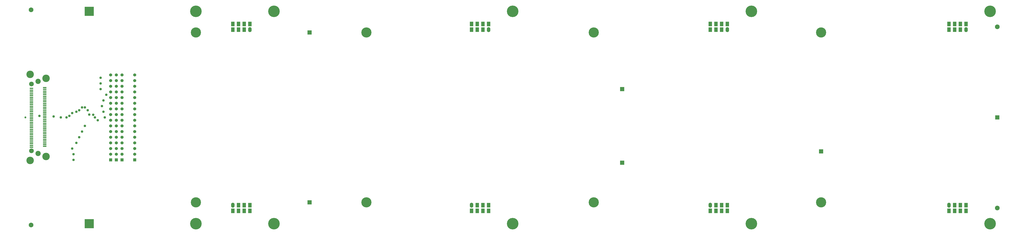
<source format=gts>
*%FSLAX24Y24*%
*%MOIN*%
G01*
%ADD11C,0.0000*%
%ADD12C,0.0040*%
%ADD13C,0.0050*%
%ADD14C,0.0059*%
%ADD15C,0.0060*%
%ADD16C,0.0070*%
%ADD17C,0.0073*%
%ADD18C,0.0080*%
%ADD19C,0.0098*%
%ADD20C,0.0100*%
%ADD21C,0.0120*%
%ADD22C,0.0157*%
%ADD23C,0.0160*%
%ADD24C,0.0160*%
%ADD25C,0.0180*%
%ADD26C,0.0200*%
%ADD27C,0.0240*%
%ADD28C,0.0250*%
%ADD29C,0.0300*%
%ADD30C,0.0300*%
%ADD31C,0.0320*%
%ADD32C,0.0340*%
%ADD33C,0.0360*%
%ADD34C,0.0380*%
%ADD35C,0.0394*%
%ADD36C,0.0400*%
%ADD37C,0.0434*%
%ADD38C,0.0440*%
%ADD39C,0.0472*%
%ADD40C,0.0500*%
%ADD41C,0.0500*%
%ADD42C,0.0520*%
%ADD43C,0.0540*%
%ADD44C,0.0551*%
%ADD45C,0.0560*%
%ADD46O,0.0560X0.0850*%
%ADD47C,0.0580*%
%ADD48O,0.0600X0.0890*%
%ADD49C,0.0672*%
%ADD50C,0.0787*%
%ADD51C,0.0800*%
%ADD52C,0.0827*%
%ADD53C,0.0886*%
%ADD54C,0.0889*%
%ADD55C,0.0926*%
%ADD56C,0.1161*%
%ADD57C,0.1200*%
%ADD58C,0.1250*%
%ADD59C,0.1276*%
%ADD60C,0.1316*%
%ADD61C,0.1450*%
%ADD62C,0.1516*%
%ADD63C,0.1750*%
%ADD64C,0.1790*%
%ADD65C,0.2000*%
%ADD66C,0.2040*%
%ADD67C,0.2250*%
%ADD68C,0.2500*%
%ADD69R,0.0000X0.0000*%
%ADD70R,0.0400X0.0400*%
%ADD71R,0.0500X0.0400*%
%ADD72R,0.0500X0.0500*%
%ADD73R,0.0540X0.0540*%
%ADD74R,0.0560X0.0750*%
%ADD75R,0.0591X0.0177*%
%ADD76R,0.0600X0.0650*%
%ADD77R,0.0600X0.0790*%
%ADD78R,0.0631X0.0217*%
%ADD79R,0.0700X0.0700*%
%ADD80R,0.0740X0.0740*%
%ADD81R,0.1000X0.1000*%
%ADD82R,0.1000X0.1100*%
%ADD83R,0.1200X0.1200*%
%ADD84R,0.1600X0.1600*%
%ADD85R,0.1640X0.1640*%
%ADD86R,0.2000X0.2000*%
%ADD87R,0.2200X0.2200*%
%ADD88R,0.2500X0.2500*%
D11*
X203510Y47650D02*
D03*
Y67650D02*
D03*
X200510Y59650D02*
D03*
X202010Y47650D02*
D03*
X200510D02*
D03*
Y55650D02*
D03*
X202010Y57650D02*
D03*
Y67650D02*
D03*
X200510D02*
D03*
X198510Y57650D02*
D03*
X188510Y47650D02*
D03*
Y57650D02*
D03*
Y67650D02*
D03*
X178510Y47650D02*
D03*
Y67650D02*
D03*
X168510Y47650D02*
D03*
Y67650D02*
D03*
X161510Y47650D02*
D03*
Y67650D02*
D03*
X159510Y47650D02*
D03*
Y67650D02*
D03*
X160510Y47650D02*
D03*
Y67650D02*
D03*
X148510Y57650D02*
D03*
Y47650D02*
D03*
Y67650D02*
D03*
X138510Y57650D02*
D03*
Y47650D02*
D03*
Y67650D02*
D03*
X128510Y57650D02*
D03*
Y47650D02*
D03*
Y67650D02*
D03*
X124260Y57650D02*
D03*
X118510Y47650D02*
D03*
X119510D02*
D03*
Y57650D02*
D03*
X118010Y67650D02*
D03*
X119510D02*
D03*
X117510Y47650D02*
D03*
Y57650D02*
D03*
X116260Y67650D02*
D03*
X108510Y47650D02*
D03*
Y57650D02*
D03*
Y67650D02*
D03*
X98510Y47650D02*
D03*
Y57650D02*
D03*
Y67650D02*
D03*
X88510Y47650D02*
D03*
Y57650D02*
D03*
Y54650D02*
D03*
Y67650D02*
D03*
X82260Y57650D02*
D03*
Y67650D02*
D03*
X77510Y45900D02*
D03*
X78510Y47650D02*
D03*
Y54650D02*
D03*
X77510Y67650D02*
D03*
X75510Y45900D02*
D03*
X76510D02*
D03*
X76010Y67650D02*
D03*
X76260Y71400D02*
D03*
X74760Y54650D02*
D03*
X74510Y67650D02*
D03*
D32*
X38010Y57650D02*
D03*
D37*
X209010Y73650D02*
D03*
Y41650D02*
D03*
X39010Y76650D02*
D03*
Y38650D02*
D03*
D38*
X51750Y58660D02*
D03*
X52000Y57660D02*
D03*
X51500Y59660D02*
D03*
X51750Y60660D02*
D03*
X52250Y61660D02*
D03*
X49950Y58110D02*
D03*
X50250Y57660D02*
D03*
X50750Y57160D02*
D03*
X51250Y62660D02*
D03*
Y63660D02*
D03*
Y64660D02*
D03*
X48500Y56160D02*
D03*
X48000Y55160D02*
D03*
X49000Y58910D02*
D03*
X49250Y58160D02*
D03*
X48500Y59410D02*
D03*
X48000D02*
D03*
X46500Y50160D02*
D03*
Y51160D02*
D03*
X46250Y52160D02*
D03*
X47000Y53160D02*
D03*
X47500Y54160D02*
D03*
X47000Y58660D02*
D03*
X47500Y58910D02*
D03*
X46250Y58410D02*
D03*
X45750Y57910D02*
D03*
X44250Y57660D02*
D03*
X45250D02*
D03*
X43000Y57810D02*
D03*
X40500Y57910D02*
D03*
D43*
X57260Y51150D02*
D03*
Y52150D02*
D03*
Y53150D02*
D03*
Y54150D02*
D03*
Y55150D02*
D03*
Y56150D02*
D03*
Y57150D02*
D03*
Y58150D02*
D03*
Y59150D02*
D03*
Y60150D02*
D03*
Y61150D02*
D03*
Y62150D02*
D03*
Y63150D02*
D03*
Y64150D02*
D03*
Y65150D02*
D03*
X55010D02*
D03*
Y64150D02*
D03*
Y63150D02*
D03*
Y62150D02*
D03*
Y61150D02*
D03*
Y60150D02*
D03*
Y59150D02*
D03*
Y58150D02*
D03*
Y57150D02*
D03*
Y56150D02*
D03*
Y55150D02*
D03*
Y54150D02*
D03*
Y53150D02*
D03*
Y52150D02*
D03*
Y51150D02*
D03*
X54010Y65150D02*
D03*
Y64150D02*
D03*
Y63150D02*
D03*
Y62150D02*
D03*
Y61150D02*
D03*
Y60150D02*
D03*
Y59150D02*
D03*
Y58150D02*
D03*
Y57150D02*
D03*
Y56150D02*
D03*
Y55150D02*
D03*
Y54150D02*
D03*
Y53150D02*
D03*
Y52150D02*
D03*
Y51150D02*
D03*
X53010Y65150D02*
D03*
Y64150D02*
D03*
Y63150D02*
D03*
Y62150D02*
D03*
Y61150D02*
D03*
Y60150D02*
D03*
Y59150D02*
D03*
Y58150D02*
D03*
Y57150D02*
D03*
Y56150D02*
D03*
Y55150D02*
D03*
Y54150D02*
D03*
Y53150D02*
D03*
Y52150D02*
D03*
Y51150D02*
D03*
D48*
X203510Y73150D02*
D03*
X200510Y42150D02*
D03*
X161510Y73150D02*
D03*
X158510Y42150D02*
D03*
X119510Y73150D02*
D03*
X116510Y42150D02*
D03*
X77510Y73150D02*
D03*
X74510Y42150D02*
D03*
D52*
X209010Y73650D02*
D03*
Y41650D02*
D03*
X39010Y76650D02*
D03*
X39069Y51754D02*
D03*
Y63566D02*
D03*
X39010Y38650D02*
D03*
D55*
X40250Y64038D02*
D03*
Y51282D02*
D03*
D60*
X41648Y50754D02*
D03*
X38852Y50073D02*
D03*
X41648Y64566D02*
D03*
X38852Y65247D02*
D03*
D64*
X68010Y42650D02*
D03*
Y72650D02*
D03*
X98010Y42650D02*
D03*
Y72650D02*
D03*
X138010Y42650D02*
D03*
Y72650D02*
D03*
X178010Y42650D02*
D03*
Y72650D02*
D03*
D66*
X207760Y76400D02*
D03*
Y38900D02*
D03*
X165760Y76400D02*
D03*
Y38900D02*
D03*
X123760Y76400D02*
D03*
Y38900D02*
D03*
X81760Y76400D02*
D03*
X68010D02*
D03*
X81760Y38900D02*
D03*
X68010D02*
D03*
D73*
X57260Y50150D02*
D03*
X55010D02*
D03*
X54010D02*
D03*
X53010D02*
D03*
D77*
X200510Y74150D02*
D03*
X201510D02*
D03*
X202510D02*
D03*
X203510D02*
D03*
X201510Y73150D02*
D03*
X202510D02*
D03*
X200510D02*
D03*
X203510Y41150D02*
D03*
X202510D02*
D03*
X201510D02*
D03*
X200510D02*
D03*
X202510Y42150D02*
D03*
X201510D02*
D03*
X203510D02*
D03*
X158510Y74150D02*
D03*
X159510D02*
D03*
X160510D02*
D03*
X161510D02*
D03*
X159510Y73150D02*
D03*
X160510D02*
D03*
X158510D02*
D03*
X161510Y41150D02*
D03*
X160510D02*
D03*
X159510D02*
D03*
X158510D02*
D03*
X160510Y42150D02*
D03*
X159510D02*
D03*
X161510D02*
D03*
X116510Y74150D02*
D03*
X117510D02*
D03*
X118510D02*
D03*
X119510D02*
D03*
X117510Y73150D02*
D03*
X118510D02*
D03*
X116510D02*
D03*
X119510Y41150D02*
D03*
X118510D02*
D03*
X117510D02*
D03*
X116510D02*
D03*
X118510Y42150D02*
D03*
X117510D02*
D03*
X119510D02*
D03*
X74510Y74150D02*
D03*
X75510D02*
D03*
X76510D02*
D03*
X77510D02*
D03*
X75510Y73150D02*
D03*
X76510D02*
D03*
X74510D02*
D03*
X77510Y41150D02*
D03*
X76510D02*
D03*
X75510D02*
D03*
X74510D02*
D03*
X76510Y42150D02*
D03*
X75510D02*
D03*
X77510D02*
D03*
D78*
X39069Y56479D02*
D03*
Y57109D02*
D03*
X41431Y54117D02*
D03*
X39069Y54274D02*
D03*
Y53959D02*
D03*
Y52384D02*
D03*
X41431Y56636D02*
D03*
Y56951D02*
D03*
Y56321D02*
D03*
Y62306D02*
D03*
Y61676D02*
D03*
Y61046D02*
D03*
Y60416D02*
D03*
Y59786D02*
D03*
Y59156D02*
D03*
Y58526D02*
D03*
Y52857D02*
D03*
Y53487D02*
D03*
Y54747D02*
D03*
Y55377D02*
D03*
Y56006D02*
D03*
Y57266D02*
D03*
X39069Y53014D02*
D03*
Y53644D02*
D03*
Y54904D02*
D03*
Y55534D02*
D03*
Y56164D02*
D03*
Y56794D02*
D03*
Y59943D02*
D03*
Y58054D02*
D03*
X41431Y53172D02*
D03*
X41431Y53802D02*
D03*
X41431Y54432D02*
D03*
Y55062D02*
D03*
Y55691D02*
D03*
Y61991D02*
D03*
Y61361D02*
D03*
Y60101D02*
D03*
Y59471D02*
D03*
Y58841D02*
D03*
Y58211D02*
D03*
X39069Y52699D02*
D03*
Y53329D02*
D03*
Y54589D02*
D03*
Y55219D02*
D03*
Y55849D02*
D03*
Y61518D02*
D03*
Y59629D02*
D03*
Y58369D02*
D03*
X41431Y62621D02*
D03*
X39069Y62148D02*
D03*
X41431Y52542D02*
D03*
X41431Y60731D02*
D03*
X39069Y59314D02*
D03*
Y58999D02*
D03*
Y60888D02*
D03*
Y60573D02*
D03*
Y60258D02*
D03*
X41431Y62936D02*
D03*
X39069Y62463D02*
D03*
Y61833D02*
D03*
Y58684D02*
D03*
Y57424D02*
D03*
X41431Y57896D02*
D03*
X39069Y62778D02*
D03*
X41431Y57581D02*
D03*
X39069Y57739D02*
D03*
Y61203D02*
D03*
D80*
X209010Y57650D02*
D03*
X178010Y51650D02*
D03*
X143010Y62650D02*
D03*
Y49650D02*
D03*
X88010Y72650D02*
D03*
Y42650D02*
D03*
D85*
X49260Y76400D02*
D03*
Y38900D02*
D03*
M02*

</source>
